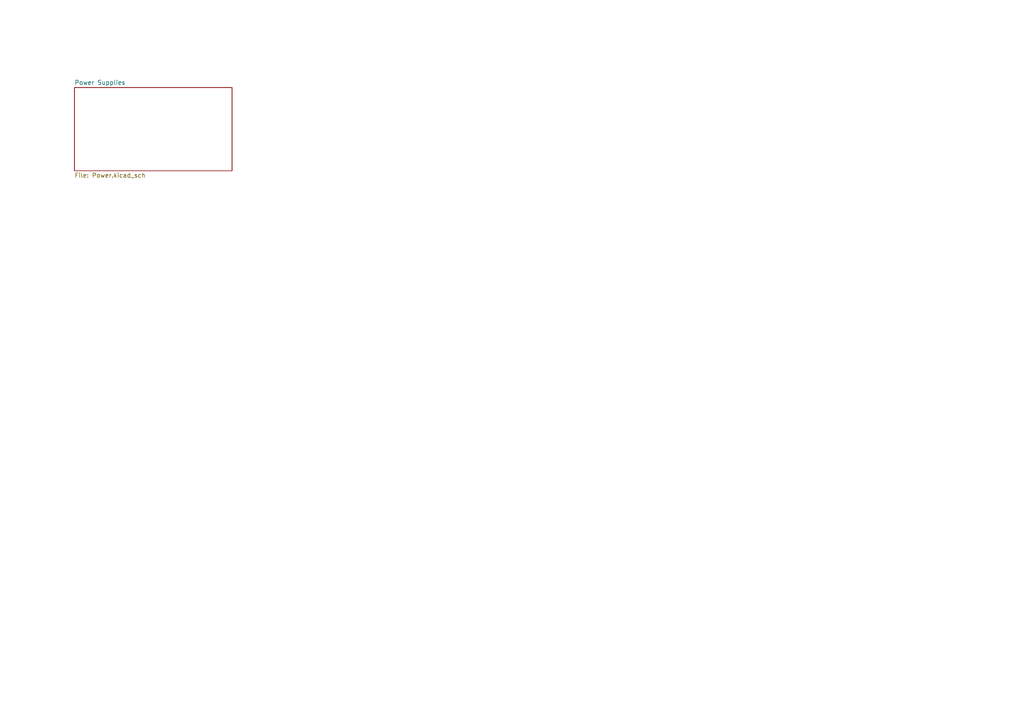
<source format=kicad_sch>
(kicad_sch
	(version 20231120)
	(generator "eeschema")
	(generator_version "8.0")
	(uuid "a81fbf71-f5f1-4611-8c1f-e220cd1bf266")
	(paper "A4")
	(lib_symbols)
	(sheet
		(at 21.59 25.4)
		(size 45.72 24.13)
		(fields_autoplaced yes)
		(stroke
			(width 0.1524)
			(type solid)
		)
		(fill
			(color 0 0 0 0.0000)
		)
		(uuid "7e8d13e1-a062-4039-b7f3-72f7556e5bca")
		(property "Sheetname" "Power Supplies"
			(at 21.59 24.6884 0)
			(effects
				(font
					(size 1.27 1.27)
				)
				(justify left bottom)
			)
		)
		(property "Sheetfile" "Power.kicad_sch"
			(at 21.59 50.1146 0)
			(effects
				(font
					(size 1.27 1.27)
				)
				(justify left top)
			)
		)
		(instances
			(project "IOD_2_V2"
				(path "/a81fbf71-f5f1-4611-8c1f-e220cd1bf266"
					(page "2")
				)
			)
		)
	)
	(sheet_instances
		(path "/"
			(page "1")
		)
	)
)

</source>
